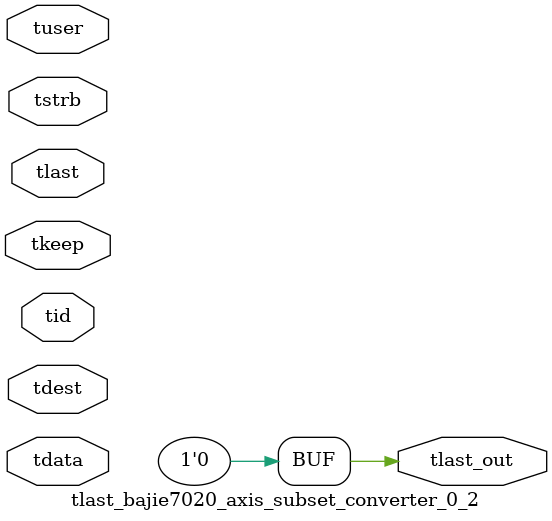
<source format=v>


`timescale 1ps/1ps

module tlast_bajie7020_axis_subset_converter_0_2 #
(
parameter C_S_AXIS_TID_WIDTH   = 1,
parameter C_S_AXIS_TUSER_WIDTH = 0,
parameter C_S_AXIS_TDATA_WIDTH = 0,
parameter C_S_AXIS_TDEST_WIDTH = 0
)
(
input  [(C_S_AXIS_TID_WIDTH   == 0 ? 1 : C_S_AXIS_TID_WIDTH)-1:0       ] tid,
input  [(C_S_AXIS_TDATA_WIDTH == 0 ? 1 : C_S_AXIS_TDATA_WIDTH)-1:0     ] tdata,
input  [(C_S_AXIS_TUSER_WIDTH == 0 ? 1 : C_S_AXIS_TUSER_WIDTH)-1:0     ] tuser,
input  [(C_S_AXIS_TDEST_WIDTH == 0 ? 1 : C_S_AXIS_TDEST_WIDTH)-1:0     ] tdest,
input  [(C_S_AXIS_TDATA_WIDTH/8)-1:0 ] tkeep,
input  [(C_S_AXIS_TDATA_WIDTH/8)-1:0 ] tstrb,
input  [0:0]                                                             tlast,
output                                                                   tlast_out
);

assign tlast_out = {1'b0};

endmodule


</source>
